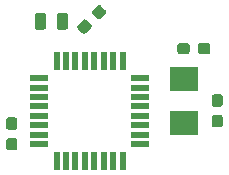
<source format=gbr>
G04 #@! TF.GenerationSoftware,KiCad,Pcbnew,(5.1.5)-3*
G04 #@! TF.CreationDate,2020-02-14T11:46:19+11:00*
G04 #@! TF.ProjectId,Heterodyne,48657465-726f-4647-996e-652e6b696361,rev?*
G04 #@! TF.SameCoordinates,Original*
G04 #@! TF.FileFunction,Paste,Bot*
G04 #@! TF.FilePolarity,Positive*
%FSLAX46Y46*%
G04 Gerber Fmt 4.6, Leading zero omitted, Abs format (unit mm)*
G04 Created by KiCad (PCBNEW (5.1.5)-3) date 2020-02-14 11:46:19*
%MOMM*%
%LPD*%
G04 APERTURE LIST*
%ADD10C,0.100000*%
%ADD11R,1.600000X0.550000*%
%ADD12R,0.550000X1.600000*%
%ADD13R,2.400000X2.000000*%
G04 APERTURE END LIST*
D10*
G36*
X138160779Y-58776144D02*
G01*
X138183834Y-58779563D01*
X138206443Y-58785227D01*
X138228387Y-58793079D01*
X138249457Y-58803044D01*
X138269448Y-58815026D01*
X138288168Y-58828910D01*
X138305438Y-58844562D01*
X138321090Y-58861832D01*
X138334974Y-58880552D01*
X138346956Y-58900543D01*
X138356921Y-58921613D01*
X138364773Y-58943557D01*
X138370437Y-58966166D01*
X138373856Y-58989221D01*
X138375000Y-59012500D01*
X138375000Y-59587500D01*
X138373856Y-59610779D01*
X138370437Y-59633834D01*
X138364773Y-59656443D01*
X138356921Y-59678387D01*
X138346956Y-59699457D01*
X138334974Y-59719448D01*
X138321090Y-59738168D01*
X138305438Y-59755438D01*
X138288168Y-59771090D01*
X138269448Y-59784974D01*
X138249457Y-59796956D01*
X138228387Y-59806921D01*
X138206443Y-59814773D01*
X138183834Y-59820437D01*
X138160779Y-59823856D01*
X138137500Y-59825000D01*
X137662500Y-59825000D01*
X137639221Y-59823856D01*
X137616166Y-59820437D01*
X137593557Y-59814773D01*
X137571613Y-59806921D01*
X137550543Y-59796956D01*
X137530552Y-59784974D01*
X137511832Y-59771090D01*
X137494562Y-59755438D01*
X137478910Y-59738168D01*
X137465026Y-59719448D01*
X137453044Y-59699457D01*
X137443079Y-59678387D01*
X137435227Y-59656443D01*
X137429563Y-59633834D01*
X137426144Y-59610779D01*
X137425000Y-59587500D01*
X137425000Y-59012500D01*
X137426144Y-58989221D01*
X137429563Y-58966166D01*
X137435227Y-58943557D01*
X137443079Y-58921613D01*
X137453044Y-58900543D01*
X137465026Y-58880552D01*
X137478910Y-58861832D01*
X137494562Y-58844562D01*
X137511832Y-58828910D01*
X137530552Y-58815026D01*
X137550543Y-58803044D01*
X137571613Y-58793079D01*
X137593557Y-58785227D01*
X137616166Y-58779563D01*
X137639221Y-58776144D01*
X137662500Y-58775000D01*
X138137500Y-58775000D01*
X138160779Y-58776144D01*
G37*
G36*
X138160779Y-60526144D02*
G01*
X138183834Y-60529563D01*
X138206443Y-60535227D01*
X138228387Y-60543079D01*
X138249457Y-60553044D01*
X138269448Y-60565026D01*
X138288168Y-60578910D01*
X138305438Y-60594562D01*
X138321090Y-60611832D01*
X138334974Y-60630552D01*
X138346956Y-60650543D01*
X138356921Y-60671613D01*
X138364773Y-60693557D01*
X138370437Y-60716166D01*
X138373856Y-60739221D01*
X138375000Y-60762500D01*
X138375000Y-61337500D01*
X138373856Y-61360779D01*
X138370437Y-61383834D01*
X138364773Y-61406443D01*
X138356921Y-61428387D01*
X138346956Y-61449457D01*
X138334974Y-61469448D01*
X138321090Y-61488168D01*
X138305438Y-61505438D01*
X138288168Y-61521090D01*
X138269448Y-61534974D01*
X138249457Y-61546956D01*
X138228387Y-61556921D01*
X138206443Y-61564773D01*
X138183834Y-61570437D01*
X138160779Y-61573856D01*
X138137500Y-61575000D01*
X137662500Y-61575000D01*
X137639221Y-61573856D01*
X137616166Y-61570437D01*
X137593557Y-61564773D01*
X137571613Y-61556921D01*
X137550543Y-61546956D01*
X137530552Y-61534974D01*
X137511832Y-61521090D01*
X137494562Y-61505438D01*
X137478910Y-61488168D01*
X137465026Y-61469448D01*
X137453044Y-61449457D01*
X137443079Y-61428387D01*
X137435227Y-61406443D01*
X137429563Y-61383834D01*
X137426144Y-61360779D01*
X137425000Y-61337500D01*
X137425000Y-60762500D01*
X137426144Y-60739221D01*
X137429563Y-60716166D01*
X137435227Y-60693557D01*
X137443079Y-60671613D01*
X137453044Y-60650543D01*
X137465026Y-60630552D01*
X137478910Y-60611832D01*
X137494562Y-60594562D01*
X137511832Y-60578910D01*
X137530552Y-60565026D01*
X137550543Y-60553044D01*
X137571613Y-60543079D01*
X137593557Y-60535227D01*
X137616166Y-60529563D01*
X137639221Y-60526144D01*
X137662500Y-60525000D01*
X138137500Y-60525000D01*
X138160779Y-60526144D01*
G37*
G36*
X120760779Y-62476144D02*
G01*
X120783834Y-62479563D01*
X120806443Y-62485227D01*
X120828387Y-62493079D01*
X120849457Y-62503044D01*
X120869448Y-62515026D01*
X120888168Y-62528910D01*
X120905438Y-62544562D01*
X120921090Y-62561832D01*
X120934974Y-62580552D01*
X120946956Y-62600543D01*
X120956921Y-62621613D01*
X120964773Y-62643557D01*
X120970437Y-62666166D01*
X120973856Y-62689221D01*
X120975000Y-62712500D01*
X120975000Y-63287500D01*
X120973856Y-63310779D01*
X120970437Y-63333834D01*
X120964773Y-63356443D01*
X120956921Y-63378387D01*
X120946956Y-63399457D01*
X120934974Y-63419448D01*
X120921090Y-63438168D01*
X120905438Y-63455438D01*
X120888168Y-63471090D01*
X120869448Y-63484974D01*
X120849457Y-63496956D01*
X120828387Y-63506921D01*
X120806443Y-63514773D01*
X120783834Y-63520437D01*
X120760779Y-63523856D01*
X120737500Y-63525000D01*
X120262500Y-63525000D01*
X120239221Y-63523856D01*
X120216166Y-63520437D01*
X120193557Y-63514773D01*
X120171613Y-63506921D01*
X120150543Y-63496956D01*
X120130552Y-63484974D01*
X120111832Y-63471090D01*
X120094562Y-63455438D01*
X120078910Y-63438168D01*
X120065026Y-63419448D01*
X120053044Y-63399457D01*
X120043079Y-63378387D01*
X120035227Y-63356443D01*
X120029563Y-63333834D01*
X120026144Y-63310779D01*
X120025000Y-63287500D01*
X120025000Y-62712500D01*
X120026144Y-62689221D01*
X120029563Y-62666166D01*
X120035227Y-62643557D01*
X120043079Y-62621613D01*
X120053044Y-62600543D01*
X120065026Y-62580552D01*
X120078910Y-62561832D01*
X120094562Y-62544562D01*
X120111832Y-62528910D01*
X120130552Y-62515026D01*
X120150543Y-62503044D01*
X120171613Y-62493079D01*
X120193557Y-62485227D01*
X120216166Y-62479563D01*
X120239221Y-62476144D01*
X120262500Y-62475000D01*
X120737500Y-62475000D01*
X120760779Y-62476144D01*
G37*
G36*
X120760779Y-60726144D02*
G01*
X120783834Y-60729563D01*
X120806443Y-60735227D01*
X120828387Y-60743079D01*
X120849457Y-60753044D01*
X120869448Y-60765026D01*
X120888168Y-60778910D01*
X120905438Y-60794562D01*
X120921090Y-60811832D01*
X120934974Y-60830552D01*
X120946956Y-60850543D01*
X120956921Y-60871613D01*
X120964773Y-60893557D01*
X120970437Y-60916166D01*
X120973856Y-60939221D01*
X120975000Y-60962500D01*
X120975000Y-61537500D01*
X120973856Y-61560779D01*
X120970437Y-61583834D01*
X120964773Y-61606443D01*
X120956921Y-61628387D01*
X120946956Y-61649457D01*
X120934974Y-61669448D01*
X120921090Y-61688168D01*
X120905438Y-61705438D01*
X120888168Y-61721090D01*
X120869448Y-61734974D01*
X120849457Y-61746956D01*
X120828387Y-61756921D01*
X120806443Y-61764773D01*
X120783834Y-61770437D01*
X120760779Y-61773856D01*
X120737500Y-61775000D01*
X120262500Y-61775000D01*
X120239221Y-61773856D01*
X120216166Y-61770437D01*
X120193557Y-61764773D01*
X120171613Y-61756921D01*
X120150543Y-61746956D01*
X120130552Y-61734974D01*
X120111832Y-61721090D01*
X120094562Y-61705438D01*
X120078910Y-61688168D01*
X120065026Y-61669448D01*
X120053044Y-61649457D01*
X120043079Y-61628387D01*
X120035227Y-61606443D01*
X120029563Y-61583834D01*
X120026144Y-61560779D01*
X120025000Y-61537500D01*
X120025000Y-60962500D01*
X120026144Y-60939221D01*
X120029563Y-60916166D01*
X120035227Y-60893557D01*
X120043079Y-60871613D01*
X120053044Y-60850543D01*
X120065026Y-60830552D01*
X120078910Y-60811832D01*
X120094562Y-60794562D01*
X120111832Y-60778910D01*
X120130552Y-60765026D01*
X120150543Y-60753044D01*
X120171613Y-60743079D01*
X120193557Y-60735227D01*
X120216166Y-60729563D01*
X120239221Y-60726144D01*
X120262500Y-60725000D01*
X120737500Y-60725000D01*
X120760779Y-60726144D01*
G37*
G36*
X127958634Y-51192413D02*
G01*
X127981689Y-51195832D01*
X128004298Y-51201496D01*
X128026242Y-51209348D01*
X128047312Y-51219313D01*
X128067303Y-51231295D01*
X128086023Y-51245179D01*
X128103293Y-51260831D01*
X128439169Y-51596707D01*
X128454821Y-51613977D01*
X128468705Y-51632697D01*
X128480687Y-51652688D01*
X128490652Y-51673758D01*
X128498504Y-51695702D01*
X128504168Y-51718311D01*
X128507587Y-51741366D01*
X128508731Y-51764645D01*
X128507587Y-51787924D01*
X128504168Y-51810979D01*
X128498504Y-51833588D01*
X128490652Y-51855532D01*
X128480687Y-51876602D01*
X128468705Y-51896593D01*
X128454821Y-51915313D01*
X128439169Y-51932583D01*
X128032583Y-52339169D01*
X128015313Y-52354821D01*
X127996593Y-52368705D01*
X127976602Y-52380687D01*
X127955532Y-52390652D01*
X127933588Y-52398504D01*
X127910979Y-52404168D01*
X127887924Y-52407587D01*
X127864645Y-52408731D01*
X127841366Y-52407587D01*
X127818311Y-52404168D01*
X127795702Y-52398504D01*
X127773758Y-52390652D01*
X127752688Y-52380687D01*
X127732697Y-52368705D01*
X127713977Y-52354821D01*
X127696707Y-52339169D01*
X127360831Y-52003293D01*
X127345179Y-51986023D01*
X127331295Y-51967303D01*
X127319313Y-51947312D01*
X127309348Y-51926242D01*
X127301496Y-51904298D01*
X127295832Y-51881689D01*
X127292413Y-51858634D01*
X127291269Y-51835355D01*
X127292413Y-51812076D01*
X127295832Y-51789021D01*
X127301496Y-51766412D01*
X127309348Y-51744468D01*
X127319313Y-51723398D01*
X127331295Y-51703407D01*
X127345179Y-51684687D01*
X127360831Y-51667417D01*
X127767417Y-51260831D01*
X127784687Y-51245179D01*
X127803407Y-51231295D01*
X127823398Y-51219313D01*
X127844468Y-51209348D01*
X127866412Y-51201496D01*
X127889021Y-51195832D01*
X127912076Y-51192413D01*
X127935355Y-51191269D01*
X127958634Y-51192413D01*
G37*
G36*
X126721198Y-52429849D02*
G01*
X126744253Y-52433268D01*
X126766862Y-52438932D01*
X126788806Y-52446784D01*
X126809876Y-52456749D01*
X126829867Y-52468731D01*
X126848587Y-52482615D01*
X126865857Y-52498267D01*
X127201733Y-52834143D01*
X127217385Y-52851413D01*
X127231269Y-52870133D01*
X127243251Y-52890124D01*
X127253216Y-52911194D01*
X127261068Y-52933138D01*
X127266732Y-52955747D01*
X127270151Y-52978802D01*
X127271295Y-53002081D01*
X127270151Y-53025360D01*
X127266732Y-53048415D01*
X127261068Y-53071024D01*
X127253216Y-53092968D01*
X127243251Y-53114038D01*
X127231269Y-53134029D01*
X127217385Y-53152749D01*
X127201733Y-53170019D01*
X126795147Y-53576605D01*
X126777877Y-53592257D01*
X126759157Y-53606141D01*
X126739166Y-53618123D01*
X126718096Y-53628088D01*
X126696152Y-53635940D01*
X126673543Y-53641604D01*
X126650488Y-53645023D01*
X126627209Y-53646167D01*
X126603930Y-53645023D01*
X126580875Y-53641604D01*
X126558266Y-53635940D01*
X126536322Y-53628088D01*
X126515252Y-53618123D01*
X126495261Y-53606141D01*
X126476541Y-53592257D01*
X126459271Y-53576605D01*
X126123395Y-53240729D01*
X126107743Y-53223459D01*
X126093859Y-53204739D01*
X126081877Y-53184748D01*
X126071912Y-53163678D01*
X126064060Y-53141734D01*
X126058396Y-53119125D01*
X126054977Y-53096070D01*
X126053833Y-53072791D01*
X126054977Y-53049512D01*
X126058396Y-53026457D01*
X126064060Y-53003848D01*
X126071912Y-52981904D01*
X126081877Y-52960834D01*
X126093859Y-52940843D01*
X126107743Y-52922123D01*
X126123395Y-52904853D01*
X126529981Y-52498267D01*
X126547251Y-52482615D01*
X126565971Y-52468731D01*
X126585962Y-52456749D01*
X126607032Y-52446784D01*
X126628976Y-52438932D01*
X126651585Y-52433268D01*
X126674640Y-52429849D01*
X126697919Y-52428705D01*
X126721198Y-52429849D01*
G37*
G36*
X125067642Y-51901174D02*
G01*
X125091303Y-51904684D01*
X125114507Y-51910496D01*
X125137029Y-51918554D01*
X125158653Y-51928782D01*
X125179170Y-51941079D01*
X125198383Y-51955329D01*
X125216107Y-51971393D01*
X125232171Y-51989117D01*
X125246421Y-52008330D01*
X125258718Y-52028847D01*
X125268946Y-52050471D01*
X125277004Y-52072993D01*
X125282816Y-52096197D01*
X125286326Y-52119858D01*
X125287500Y-52143750D01*
X125287500Y-53056250D01*
X125286326Y-53080142D01*
X125282816Y-53103803D01*
X125277004Y-53127007D01*
X125268946Y-53149529D01*
X125258718Y-53171153D01*
X125246421Y-53191670D01*
X125232171Y-53210883D01*
X125216107Y-53228607D01*
X125198383Y-53244671D01*
X125179170Y-53258921D01*
X125158653Y-53271218D01*
X125137029Y-53281446D01*
X125114507Y-53289504D01*
X125091303Y-53295316D01*
X125067642Y-53298826D01*
X125043750Y-53300000D01*
X124556250Y-53300000D01*
X124532358Y-53298826D01*
X124508697Y-53295316D01*
X124485493Y-53289504D01*
X124462971Y-53281446D01*
X124441347Y-53271218D01*
X124420830Y-53258921D01*
X124401617Y-53244671D01*
X124383893Y-53228607D01*
X124367829Y-53210883D01*
X124353579Y-53191670D01*
X124341282Y-53171153D01*
X124331054Y-53149529D01*
X124322996Y-53127007D01*
X124317184Y-53103803D01*
X124313674Y-53080142D01*
X124312500Y-53056250D01*
X124312500Y-52143750D01*
X124313674Y-52119858D01*
X124317184Y-52096197D01*
X124322996Y-52072993D01*
X124331054Y-52050471D01*
X124341282Y-52028847D01*
X124353579Y-52008330D01*
X124367829Y-51989117D01*
X124383893Y-51971393D01*
X124401617Y-51955329D01*
X124420830Y-51941079D01*
X124441347Y-51928782D01*
X124462971Y-51918554D01*
X124485493Y-51910496D01*
X124508697Y-51904684D01*
X124532358Y-51901174D01*
X124556250Y-51900000D01*
X125043750Y-51900000D01*
X125067642Y-51901174D01*
G37*
G36*
X123192642Y-51901174D02*
G01*
X123216303Y-51904684D01*
X123239507Y-51910496D01*
X123262029Y-51918554D01*
X123283653Y-51928782D01*
X123304170Y-51941079D01*
X123323383Y-51955329D01*
X123341107Y-51971393D01*
X123357171Y-51989117D01*
X123371421Y-52008330D01*
X123383718Y-52028847D01*
X123393946Y-52050471D01*
X123402004Y-52072993D01*
X123407816Y-52096197D01*
X123411326Y-52119858D01*
X123412500Y-52143750D01*
X123412500Y-53056250D01*
X123411326Y-53080142D01*
X123407816Y-53103803D01*
X123402004Y-53127007D01*
X123393946Y-53149529D01*
X123383718Y-53171153D01*
X123371421Y-53191670D01*
X123357171Y-53210883D01*
X123341107Y-53228607D01*
X123323383Y-53244671D01*
X123304170Y-53258921D01*
X123283653Y-53271218D01*
X123262029Y-53281446D01*
X123239507Y-53289504D01*
X123216303Y-53295316D01*
X123192642Y-53298826D01*
X123168750Y-53300000D01*
X122681250Y-53300000D01*
X122657358Y-53298826D01*
X122633697Y-53295316D01*
X122610493Y-53289504D01*
X122587971Y-53281446D01*
X122566347Y-53271218D01*
X122545830Y-53258921D01*
X122526617Y-53244671D01*
X122508893Y-53228607D01*
X122492829Y-53210883D01*
X122478579Y-53191670D01*
X122466282Y-53171153D01*
X122456054Y-53149529D01*
X122447996Y-53127007D01*
X122442184Y-53103803D01*
X122438674Y-53080142D01*
X122437500Y-53056250D01*
X122437500Y-52143750D01*
X122438674Y-52119858D01*
X122442184Y-52096197D01*
X122447996Y-52072993D01*
X122456054Y-52050471D01*
X122466282Y-52028847D01*
X122478579Y-52008330D01*
X122492829Y-51989117D01*
X122508893Y-51971393D01*
X122526617Y-51955329D01*
X122545830Y-51941079D01*
X122566347Y-51928782D01*
X122587971Y-51918554D01*
X122610493Y-51910496D01*
X122633697Y-51904684D01*
X122657358Y-51901174D01*
X122681250Y-51900000D01*
X123168750Y-51900000D01*
X123192642Y-51901174D01*
G37*
G36*
X135360779Y-54426144D02*
G01*
X135383834Y-54429563D01*
X135406443Y-54435227D01*
X135428387Y-54443079D01*
X135449457Y-54453044D01*
X135469448Y-54465026D01*
X135488168Y-54478910D01*
X135505438Y-54494562D01*
X135521090Y-54511832D01*
X135534974Y-54530552D01*
X135546956Y-54550543D01*
X135556921Y-54571613D01*
X135564773Y-54593557D01*
X135570437Y-54616166D01*
X135573856Y-54639221D01*
X135575000Y-54662500D01*
X135575000Y-55137500D01*
X135573856Y-55160779D01*
X135570437Y-55183834D01*
X135564773Y-55206443D01*
X135556921Y-55228387D01*
X135546956Y-55249457D01*
X135534974Y-55269448D01*
X135521090Y-55288168D01*
X135505438Y-55305438D01*
X135488168Y-55321090D01*
X135469448Y-55334974D01*
X135449457Y-55346956D01*
X135428387Y-55356921D01*
X135406443Y-55364773D01*
X135383834Y-55370437D01*
X135360779Y-55373856D01*
X135337500Y-55375000D01*
X134762500Y-55375000D01*
X134739221Y-55373856D01*
X134716166Y-55370437D01*
X134693557Y-55364773D01*
X134671613Y-55356921D01*
X134650543Y-55346956D01*
X134630552Y-55334974D01*
X134611832Y-55321090D01*
X134594562Y-55305438D01*
X134578910Y-55288168D01*
X134565026Y-55269448D01*
X134553044Y-55249457D01*
X134543079Y-55228387D01*
X134535227Y-55206443D01*
X134529563Y-55183834D01*
X134526144Y-55160779D01*
X134525000Y-55137500D01*
X134525000Y-54662500D01*
X134526144Y-54639221D01*
X134529563Y-54616166D01*
X134535227Y-54593557D01*
X134543079Y-54571613D01*
X134553044Y-54550543D01*
X134565026Y-54530552D01*
X134578910Y-54511832D01*
X134594562Y-54494562D01*
X134611832Y-54478910D01*
X134630552Y-54465026D01*
X134650543Y-54453044D01*
X134671613Y-54443079D01*
X134693557Y-54435227D01*
X134716166Y-54429563D01*
X134739221Y-54426144D01*
X134762500Y-54425000D01*
X135337500Y-54425000D01*
X135360779Y-54426144D01*
G37*
G36*
X137110779Y-54426144D02*
G01*
X137133834Y-54429563D01*
X137156443Y-54435227D01*
X137178387Y-54443079D01*
X137199457Y-54453044D01*
X137219448Y-54465026D01*
X137238168Y-54478910D01*
X137255438Y-54494562D01*
X137271090Y-54511832D01*
X137284974Y-54530552D01*
X137296956Y-54550543D01*
X137306921Y-54571613D01*
X137314773Y-54593557D01*
X137320437Y-54616166D01*
X137323856Y-54639221D01*
X137325000Y-54662500D01*
X137325000Y-55137500D01*
X137323856Y-55160779D01*
X137320437Y-55183834D01*
X137314773Y-55206443D01*
X137306921Y-55228387D01*
X137296956Y-55249457D01*
X137284974Y-55269448D01*
X137271090Y-55288168D01*
X137255438Y-55305438D01*
X137238168Y-55321090D01*
X137219448Y-55334974D01*
X137199457Y-55346956D01*
X137178387Y-55356921D01*
X137156443Y-55364773D01*
X137133834Y-55370437D01*
X137110779Y-55373856D01*
X137087500Y-55375000D01*
X136512500Y-55375000D01*
X136489221Y-55373856D01*
X136466166Y-55370437D01*
X136443557Y-55364773D01*
X136421613Y-55356921D01*
X136400543Y-55346956D01*
X136380552Y-55334974D01*
X136361832Y-55321090D01*
X136344562Y-55305438D01*
X136328910Y-55288168D01*
X136315026Y-55269448D01*
X136303044Y-55249457D01*
X136293079Y-55228387D01*
X136285227Y-55206443D01*
X136279563Y-55183834D01*
X136276144Y-55160779D01*
X136275000Y-55137500D01*
X136275000Y-54662500D01*
X136276144Y-54639221D01*
X136279563Y-54616166D01*
X136285227Y-54593557D01*
X136293079Y-54571613D01*
X136303044Y-54550543D01*
X136315026Y-54530552D01*
X136328910Y-54511832D01*
X136344562Y-54494562D01*
X136361832Y-54478910D01*
X136380552Y-54465026D01*
X136400543Y-54453044D01*
X136421613Y-54443079D01*
X136443557Y-54435227D01*
X136466166Y-54429563D01*
X136489221Y-54426144D01*
X136512500Y-54425000D01*
X137087500Y-54425000D01*
X137110779Y-54426144D01*
G37*
D11*
X131350000Y-57400000D03*
X131350000Y-58200000D03*
X131350000Y-59000000D03*
X131350000Y-59800000D03*
X131350000Y-60600000D03*
X131350000Y-61400000D03*
X131350000Y-62200000D03*
X131350000Y-63000000D03*
D12*
X129900000Y-64450000D03*
X129100000Y-64450000D03*
X128300000Y-64450000D03*
X127500000Y-64450000D03*
X126700000Y-64450000D03*
X125900000Y-64450000D03*
X125100000Y-64450000D03*
X124300000Y-64450000D03*
D11*
X122850000Y-63000000D03*
X122850000Y-62200000D03*
X122850000Y-61400000D03*
X122850000Y-60600000D03*
X122850000Y-59800000D03*
X122850000Y-59000000D03*
X122850000Y-58200000D03*
X122850000Y-57400000D03*
D12*
X124300000Y-55950000D03*
X125100000Y-55950000D03*
X125900000Y-55950000D03*
X126700000Y-55950000D03*
X127500000Y-55950000D03*
X128300000Y-55950000D03*
X129100000Y-55950000D03*
X129900000Y-55950000D03*
D13*
X135100000Y-57500000D03*
X135100000Y-61200000D03*
M02*

</source>
